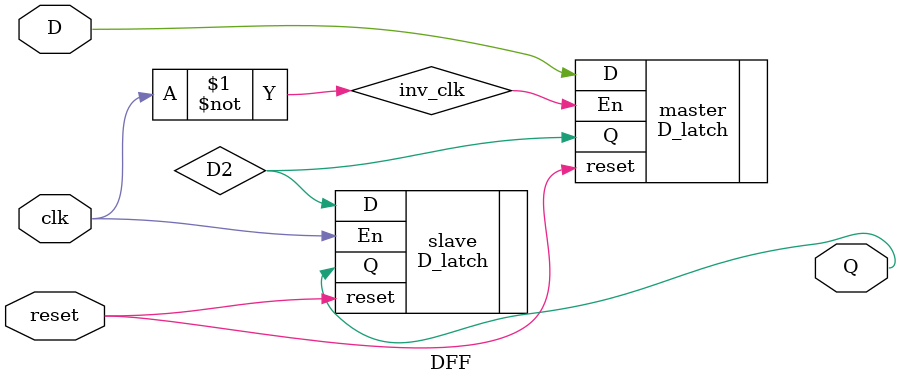
<source format=v>
`timescale 1ns / 1ps

/*----------------------------------------------------------
* D flip-flop with asynchronous reset
* At posedge of clock Q = D 
    else latch
-----------------------------------------------------------*/

module DFF(D, clk, reset, Q);

	input D, clk, reset;
	
	output Q;
	
	wire inv_clk, D2;
	
	not not_1 (inv_clk, clk);
	
	D_latch master (
	.D(D),
	.En(inv_clk),
	.reset(reset),
	.Q(D2)
	);
	
	D_latch slave (
	.D(D2),
	.En(clk),
	.reset(reset),
	.Q(Q)
	);

endmodule

</source>
